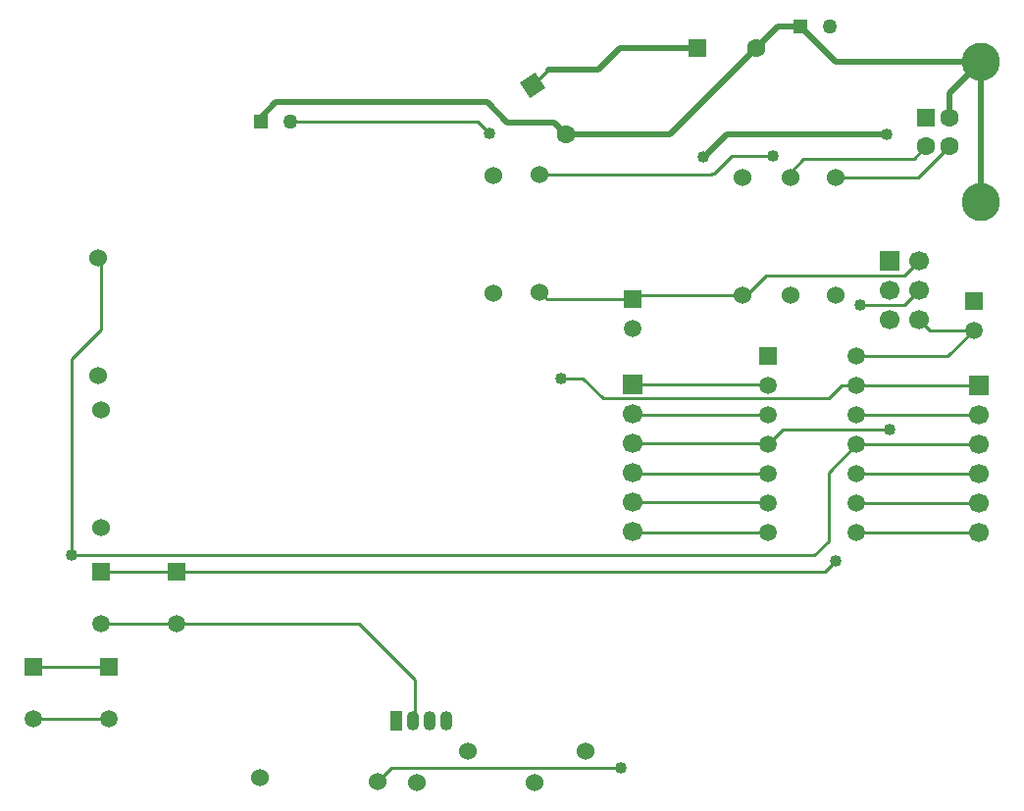
<source format=gbr>
G04 DipTrace 3.3.1.3*
G04 Bottom.gbr*
%MOIN*%
G04 #@! TF.FileFunction,Copper,L2,Bot*
G04 #@! TF.Part,Single*
%AMOUTLINE0*
4,1,4,
-0.008483,-0.043727,
-0.043727,0.008483,
0.008483,0.043727,
0.043727,-0.008483,
-0.008483,-0.043727,
0*%
G04 #@! TA.AperFunction,Conductor*
%ADD13C,0.01*%
%ADD14C,0.02*%
G04 #@! TA.AperFunction,ComponentPad*
%ADD17C,0.062992*%
%ADD18R,0.062992X0.062992*%
%ADD19C,0.05*%
%ADD20R,0.05X0.05*%
%ADD21O,0.041339X0.066929*%
%ADD22R,0.041339X0.066929*%
%ADD23R,0.059055X0.059055*%
%ADD24C,0.059055*%
%ADD25R,0.066929X0.066929*%
%ADD26C,0.066929*%
%ADD27C,0.062992*%
%ADD28C,0.129921*%
%ADD29C,0.06*%
%ADD30C,0.06*%
%ADD32C,0.059055*%
G04 #@! TA.AperFunction,ViaPad*
%ADD36C,0.04*%
G04 #@! TA.AperFunction,ComponentPad*
%ADD90OUTLINE0*%
%FSLAX26Y26*%
G04*
G70*
G90*
G75*
G01*
G04 Bottom*
%LPD*%
X2582381Y1806908D2*
D13*
X3038677D1*
X3043559Y1802026D1*
Y1702026D2*
X2587262D1*
X2582381Y1706908D1*
Y1606908D2*
X3038677D1*
X3043559Y1602026D1*
X3456005Y1652052D2*
X3093585D1*
X3043559Y1602026D1*
Y1302026D2*
X2587262D1*
X2582381Y1306908D1*
X3556005Y2127013D2*
Y2127003D1*
X3506010Y2077008D1*
X3356026D1*
X3759280Y1704381D2*
X3345913D1*
X3343559Y1702026D1*
X778230Y1170126D2*
X1034135D1*
X3238039D1*
X3273562Y1205648D1*
X3759280Y1604381D2*
X3345913D1*
X3343559Y1602026D1*
X546215Y846797D2*
X802121D1*
X678201Y1225524D2*
Y1893374D1*
X776459Y1991633D1*
Y2227648D1*
X768646Y2235462D1*
X678201Y1225524D2*
X3201892D1*
X3248820Y1272451D1*
Y1507287D1*
X3343559Y1602026D1*
X2582381Y1406908D2*
X3038677D1*
X3043559Y1402026D1*
X3343559Y1802026D2*
X3756925D1*
X3759280Y1804381D1*
X3343559Y1802026D2*
X3293833D1*
X3250098Y1758291D1*
X2482373D1*
X2412621Y1828043D1*
X2339433D1*
X3343559Y1502026D2*
X3756925D1*
X3759280Y1504381D1*
X3343559Y1402026D2*
X3756925D1*
X3759280Y1404381D1*
X802121Y669631D2*
X546215D1*
X778230Y992961D2*
X1034135D1*
X1653982D1*
X1845043Y801899D1*
Y670102D1*
X1837348Y662407D1*
X2583402Y2095776D2*
X2294205D1*
X2268697Y2121283D1*
X2958630Y2110008D2*
X2597634D1*
X2583402Y2095776D1*
X2802664Y2948499D2*
D14*
X2539134D1*
X2466084Y2875449D1*
X2297054D1*
D13*
X2243938Y2822332D1*
X2958630Y2110008D2*
X2970320D1*
X3037310Y2176997D1*
X3505990D1*
X3556005Y2227013D1*
X3343559Y1902026D2*
X3654560D1*
X3742146Y1989612D1*
X3766891Y2901976D2*
D14*
Y2427961D1*
X3660198Y2714181D2*
Y2795283D1*
X3766891Y2901976D1*
X3274843D1*
X3154762Y3022056D1*
X3076222D1*
X3002664Y2948499D1*
X2355837Y2656565D2*
X2710731D1*
X3002664Y2948499D1*
X1319734Y2698675D2*
Y2714177D1*
X1370528Y2764971D1*
X2089705D1*
X2158329Y2696346D1*
X2316055D1*
X2355837Y2656565D1*
X3742146Y1989612D2*
D13*
X3593407D1*
X3556005Y2027013D1*
X2268697Y2521283D2*
X2851963D1*
X2854165Y2523486D1*
X2858853D1*
X2920163Y2584795D1*
X3061731D1*
X1419734Y2698675D2*
X2055617D1*
X2095894Y2658398D1*
X3118954Y2511514D2*
X3103105D1*
X3165428Y2573837D1*
X3539539D1*
X3581458Y2615756D1*
X3273685Y2510887D2*
X3555329D1*
X3660198Y2615756D1*
X2823121Y2579235D2*
D14*
X2827769D1*
X2905303Y2656769D1*
X3447551D1*
X3759280Y1304381D2*
D13*
X3345913D1*
X3343559Y1302026D1*
X3043559Y1502026D2*
X2587262D1*
X2582381Y1506908D1*
X2543612Y502173D2*
X1762906D1*
X1718525Y457792D1*
D36*
X3456005Y1652052D3*
X3356026Y2077008D3*
X3273562Y1205648D3*
X678201Y1225524D3*
D3*
X2339433Y1828043D3*
X3061731Y2584795D3*
X2095894Y2658398D3*
X2823121Y2579235D3*
X3447551Y2656769D3*
X2543612Y502173D3*
D17*
X2355837Y2656565D3*
D90*
X2243938Y2822332D3*
D17*
X3002664Y2948499D3*
D18*
X2802664D3*
D19*
X3254762Y3022056D3*
D20*
X3154762D3*
D19*
X1419734Y2698675D3*
D20*
X1319734D3*
D21*
X1949848Y662407D3*
X1837348D3*
D22*
X1781098D3*
D21*
X1893598D3*
D23*
X2583402Y2095776D3*
D24*
Y1995776D3*
D23*
X3742146Y2089612D3*
D24*
Y1989612D3*
D25*
X3759280Y1804381D3*
D26*
Y1704381D3*
Y1604381D3*
Y1504381D3*
Y1404381D3*
Y1304381D3*
D25*
X2582381Y1806908D3*
D26*
Y1706908D3*
Y1606908D3*
Y1506908D3*
Y1406908D3*
Y1306908D3*
D18*
X3581458Y2714181D3*
D27*
Y2615756D3*
X3660198D3*
Y2714181D3*
D28*
X3766891Y2427961D3*
Y2901976D3*
D25*
X3456005Y2227013D3*
D26*
X3556005D3*
X3456005Y2127013D3*
X3556005D3*
X3456005Y2027013D3*
X3556005D3*
D29*
X2268697Y2121283D3*
D30*
Y2521283D3*
D29*
X2111915Y2116972D3*
D30*
Y2516972D3*
D29*
X768646Y2235462D3*
D30*
Y1835462D3*
D29*
X776289Y1720699D3*
D30*
Y1320699D3*
D29*
X2958630Y2110008D3*
D30*
Y2510008D3*
D29*
X3118954Y2511514D3*
D30*
Y2111514D3*
D29*
X3273685Y2510887D3*
D30*
Y2110887D3*
D29*
X2024916Y558417D3*
D30*
X2424916D3*
D29*
X1849934Y452178D3*
D30*
X2249934D3*
D29*
X1318740Y470927D3*
D30*
X1718525Y457792D3*
D23*
X778230Y1170126D3*
D32*
Y992961D3*
X1034135D3*
D23*
Y1170126D3*
X546215Y846797D3*
D32*
Y669631D3*
X802121D3*
D23*
Y846797D3*
X3043559Y1902026D3*
D24*
Y1802026D3*
Y1702026D3*
Y1602026D3*
Y1502026D3*
Y1402026D3*
Y1302026D3*
X3343559D3*
Y1402026D3*
Y1502026D3*
Y1602026D3*
Y1702026D3*
Y1802026D3*
Y1902026D3*
M02*

</source>
